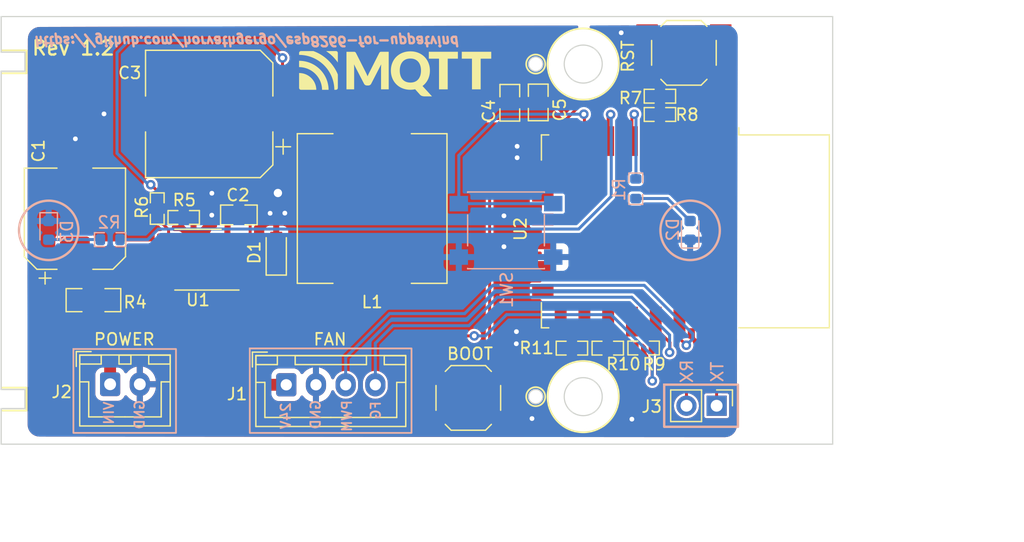
<source format=kicad_pcb>
(kicad_pcb (version 20211014) (generator pcbnew)
  (title_block (title "Smart Air Purifier (Project Uppatvind)") (date "2023-03-14") (rev "1.2") (company "Designed by Gergo Horvath") (comment 1 "Open Source Hardware") (comment 2 "Smart controller for IKEA Uppatvind Air Purifiers"))
  (layers (0 "F.Cu" signal) (31 "B.Cu" signal) (34 "B.Paste" user) (35 "F.Paste" user) (36 "B.SilkS" user "B.Silkscreen") (37 "F.SilkS" user "F.Silkscreen") (38 "B.Mask" user) (39 "F.Mask" user) (44 "Edge.Cuts" user))
  (net 0 "")
  (net 1 "/vin")
  (net 2 "+3V3")
  (net 3 "GND")
  (net 4 "/fg")
  (net 5 "/clk")
  (net 6 "/tx")
  (net 7 "/rx")
  (net 8 "/sw")
  (net 17 "/timing cap")
  (net 18 "/rst")
  (net 19 "/en")
  (net 20 "/dc")
  (net 21 "/io0")
  (net 22 "/io2")
  (net 23 "/io15")
  (net 24 "/fb")
  (net 25 "/swe")
  (net 26 "Net-(D2-Pad2)")
  (net 27 "Net-(D3-Pad2)")
  (net 28 "/filter")
  (net 29 "/blue")
  (footprint "SKQGABE010:SW_SPST_SKQG_WithStem" (layer "F.Cu") (at 157.41 73.01 180)
    (fp_text reference "RST1")
    (fp_text value "SW_Push")
  )
  (footprint "Connector_JST:JST_XH_B4B-XH-A_1x04_P2.50mm_Vertical" (layer "F.Cu") (at 123.933708 100.955131)
    (fp_text reference "J1")
    (fp_text value "Fan")
  )
  (footprint "Resistor_SMD_HG:R_0603_1608Metric_HG" (layer "F.Cu") (at 155.39 76.66)
    (fp_text reference "R7")
    (fp_text value "10K")
  )
  (footprint "Connector_PinHeader_2.54mm:PinHeader_1x02_P2.54mm_Vertical" (layer "F.Cu") (at 160.165 102.72 -90)
    (fp_text reference "J3")
    (fp_text value "UART")
  )
  (footprint "PSPHAQ127-221M:L_12x12mm_H8mm" (layer "F.Cu") (at 131.163708 86.115131 90)
    (fp_text reference "L1")
    (fp_text value "220uH")
  )
  (footprint "Capacitor_SMD_HG:C_0805_2012Metric_HG" (layer "F.Cu") (at 145.145708 77.183931 90)
    (fp_text reference "C5")
    (fp_text value "100nF")
  )
  (footprint "Resistor_SMD_HG:R_0603_1608Metric_HG" (layer "F.Cu") (at 113.07 86.12 90)
    (fp_text reference "R6")
    (fp_text value "3K3")
  )
  (footprint "Capacitor_SMD_HG:C_0805_2012Metric_HG" (layer "F.Cu") (at 119.943708 86.655131 180)
    (fp_text reference "C2")
    (fp_text value "470pF")
  )
  (footprint "Resistor_SMD_HG:R_1206_3216Metric_Pad_HandSolder_HG" (layer "F.Cu") (at 107.7 93.83)
    (fp_text reference "R4")
    (fp_text value "0.15")
  )
  (footprint "MC34063:MC34063" (layer "F.Cu") (at 116.502908 90.419931 180)
    (fp_text reference "U1")
    (fp_text value "MC34063AD")
  )
  (footprint "Diode_SMD:D_SOD-323_HandSoldering" (layer "F.Cu") (at 123.09 89.82 90)
    (fp_text reference "D1")
    (fp_text value "D_Schottky")
  )
  (footprint "RF_Module:ESP-12E" (layer "F.Cu") (at 157.533708 88.039931 -90)
    (fp_text reference "U2")
    (fp_text value "ESP-12F")
  )
  (footprint "Resistor_SMD_HG:R_0603_1608Metric_HG" (layer "F.Cu") (at 151 97.87 180)
    (fp_text reference "R10")
    (fp_text value "10K")
  )
  (footprint "Capacitor_SMD:CP_Elec_8x10" (layer "F.Cu") (at 106.139708 86.975431 90)
    (fp_text reference "C1")
    (fp_text value "100uF")
  )
  (footprint "Resistor_SMD_HG:R_0603_1608Metric_HG" (layer "F.Cu") (at 154.02 97.86 180)
    (fp_text reference "R9")
    (fp_text value "10K")
  )
  (footprint "Capacitor_SMD_HG:C_0805_2012Metric_HG" (layer "F.Cu") (at 142.753708 77.215131 90)
    (fp_text reference "C4")
    (fp_text value "10uF")
  )
  (footprint "Connector_JST:JST_XH_B2B-XH-A_1x02_P2.50mm_Vertical" (layer "F.Cu") (at 109.103708 100.910131)
    (fp_text reference "J2")
    (fp_text value "Power")
  )
  (footprint "Resistor_SMD_HG:R_0603_1608Metric_HG" (layer "F.Cu") (at 155.39 78.2)
    (fp_text reference "R8")
    (fp_text value "10K")
  )
  (footprint "Capacitor_SMD:CP_Elec_10x10.5" (layer "F.Cu") (at 117.446208 78.155131 180)
    (fp_text reference "C3")
    (fp_text value "470uF")
  )
  (footprint "Resistor_SMD_HG:R_0603_1608Metric_HG" (layer "F.Cu") (at 115.3 86.87 180)
    (fp_text reference "R5")
    (fp_text value "2K")
  )
  (footprint "Resistor_SMD_HG:R_0603_1608Metric_HG" (layer "F.Cu") (at 147.98 97.87 180)
    (fp_text reference "R11")
    (fp_text value "10K")
  )
  (footprint "SKQGABE010:SW_SPST_SKQG_WithStem" (layer "F.Cu") (at 139.26 102.06 180)
    (fp_text reference "FLASH1")
    (fp_text value "SW_Push")
  )
  (footprint "Resistor_SMD_HG:R_0603_1608Metric_HG" (layer "B.Cu") (at 109.11 88.73 180)
    (fp_text reference "R2")
    (fp_text value "270")
  )
  (footprint "Tactile-Switch-6-6:SW_Push_1P1T_NO_6x6mm_H5mm" (layer "B.Cu") (at 142.433708 87.955131)
    (fp_text reference "SW1")
    (fp_text value "SW_Push")
  )
  (footprint "LED_SMD:LED_0603_1608Metric" (layer "B.Cu") (at 157.933708 87.955131 90)
    (fp_text reference "D2")
    (fp_text value "LED")
  )
  (footprint "Resistor_SMD_HG:R_0603_1608Metric_HG" (layer "B.Cu") (at 153.36 84.45 -90)
    (fp_text reference "R1")
    (fp_text value "120")
  )
  (footprint "LED_SMD:LED_0603_1608Metric" (layer "B.Cu") (at 103.933708 87.955131 -90)
    (fp_text reference "D3")
    (fp_text value "LED")
  )
  (gr_rect (start 161.96 100.945) (end 155.75 104.495) (layer "B.SilkS") (width 0.2) (fill none))
  (gr_circle (center 103.933708 87.955131) (end 106.433708 87.955131) (layer "B.SilkS") (width 0.2) (fill none))
  (gr_rect (start 114.649708 97.945131) (end 106.013708 105.006331) (layer "B.SilkS") (width 0.15) (fill none))
  (gr_circle (center 157.933708 87.955131) (end 160.433708 87.955131) (layer "B.SilkS") (width 0.2) (fill none))
  (gr_rect (start 120.863308 97.895131) (end 134.477708 105.007131) (layer "B.SilkS") (width 0.15) (fill none))
  (gr_line (start 102.067308 103.127531) (end 100.035308 103.127531) (layer "F.SilkS") (width 0.15))
  (gr_poly (pts (xy 134.430935 72.884956) (xy 134.476286 72.886426) (xy 134.521115 72.888877) (xy 134.565422 72.892307) (xy 134.609212 72.896717) (xy 134.652485 72.902108) (xy 134.695245 72.908479) (xy 134.737494 72.91583) (xy 134.779233 72.92416) (xy 134.820467 72.933471) (xy 134.861196 72.943763) (xy 134.901423 72.955034) (xy 134.94115 72.967285) (xy 134.980381 72.980517) (xy 135.019117 72.994728) (xy 135.05736 73.00992) (xy 135.095 73.02596) (xy 135.131927 73.042716) (xy 135.168141 73.060188) (xy 135.203647 73.078377) (xy 135.238446 73.097281) (xy 135.27254 73.116902) (xy 135.305933 73.137239) (xy 135.338625 73.158293) (xy 135.37062 73.180062) (xy 135.401921 73.202548) (xy 135.432528 73.22575) (xy 135.462445 73.249669) (xy 135.491675 73.274303) (xy 135.520218 73.299654) (xy 135.548079 73.325721) (xy 135.575259 73.352505) (xy 135.601722 73.379948) (xy 135.627431 73.407997) (xy 135.652386 73.436654) (xy 135.676587 73.465921) (xy 135.700034 73.4958) (xy 135.722727 73.526295) (xy 135.744666 73.557406) (xy 135.765852 73.589138) (xy 135.786283 73.621491) (xy 135.805961 73.654469) (xy 135.824884 73.688073) (xy 135.843054 73.722307) (xy 135.86047 73.757171) (xy 135.877132 73.79267) (xy 135.89304 73.828805) (xy 135.908194 73.865578) (xy 135.922518 73.90254) (xy 135.935934 73.939846) (xy 135.948442 73.977501) (xy 135.960038 74.015509) (xy 135.970719 74.053875) (xy 135.980484 74.092604) (xy 135.989331 74.131701) (xy 135.997256 74.17117) (xy 136.004258 74.211016) (xy 136.010334 74.251243) (xy 136.015481 74.291857) (xy 136.019698 74.332862) (xy 136.022982 74.374263) (xy 136.025331 74.416065) (xy 136.026742 74.458271) (xy 136.027212 74.500888) (xy 136.026537 74.551857) (xy 136.024523 74.602241) (xy 136.02119 74.65206) (xy 136.016556 74.701333) (xy 136.01064 74.750077) (xy 136.003462 74.798313) (xy 135.99504 74.846058) (xy 135.985392 74.893332) (xy 135.974005 74.940001) (xy 135.961543 74.985915) (xy 135.947988 75.031075) (xy 135.933321 75.075482) (xy 135.917524 75.119134) (xy 135.900576 75.162033) (xy 135.88246 75.204177) (xy 135.863158 75.245568) (xy 135.842719 75.286274) (xy 135.821188 75.326339) (xy 135.798526 75.365725) (xy 135.774696 75.404395) (xy 135.749659 75.442311) (xy 135.723378 75.479436) (xy 135.695815 75.515731) (xy 135.666933 75.55116) (xy 135.652326 75.568803) (xy 135.637458 75.586148) (xy 135.622331 75.603202) (xy 135.606946 75.619968) (xy 135.591308 75.636452) (xy 135.575417 75.652657) (xy 135.559276 75.66859) (xy 135.542888 75.684253) (xy 135.526256 75.699653) (xy 135.50938 75.714794) (xy 135.47491 75.744317) (xy 135.439498 75.772859) (xy 135.403162 75.80046) (xy 136.204134 76.675418) (xy 135.600992 76.675418) (xy 135.5688 76.674893) (xy 135.53736 76.673332) (xy 135.506675 76.670753) (xy 135.476744 76.667175) (xy 135.447567 76.662617) (xy 135.419143 76.657097) (xy 135.391473 76.650636) (xy 135.364558 76.64325) (xy 135.351382 76.639084) (xy 135.338396 76.634426) (xy 135.325598 76.629273) (xy 135.312988 76.623623) (xy 135.300567 76.617473) (xy 135.288335 76.610822) (xy 135.276291 76.603666) (xy 135.264436 76.596004) (xy 135.252769 76.587833) (xy 135.24129 76.57915) (xy 135.23 76.569955) (xy 135.218899 76.560243) (xy 135.207986 76.550013) (xy 135.197262 76.539262) (xy 135.186726 76.527988) (xy 135.176379 76.516189) (xy 134.782328 76.0771) (xy 134.758198 76.081777) (xy 134.734049 76.086172) (xy 134.685622 76.094189) (xy 134.636893 76.101301) (xy 134.587714 76.107659) (xy 134.537954 76.112133) (xy 134.512848 76.114049) (xy 134.487592 76.115701) (xy 134.462184 76.117052) (xy 134.436626 76.118064) (xy 134.410917 76.118698) (xy 134.385058 76.118918) (xy 134.339181 76.118429) (xy 134.293829 76.116961) (xy 134.249 76.114518) (xy 134.204692 76.111103) (xy 134.160903 76.106716) (xy 134.117629 76.101361) (xy 134.074869 76.09504) (xy 134.03262 76.087756) (xy 133.99088 76.07951) (xy 133.949647 76.070305) (xy 133.908918 76.060144) (xy 133.868691 76.049029) (xy 133.828964 76.036961) (xy 133.789734 76.023945) (xy 133.750998 76.009981) (xy 133.712755 75.995072) (xy 133.675097 75.979315) (xy 133.63812 75.962804) (xy 133.601826 75.945539) (xy 133.566217 75.92752) (xy 133.531296 75.908748) (xy 133.497066 75.889221) (xy 133.463528 75.86894) (xy 133.430685 75.847906) (xy 133.39854 75.826117) (xy 133.367094 75.803575) (xy 133.336351 75.780278) (xy 133.306312 75.756228) (xy 133.27698 75.731424) (xy 133.248356 75.705866) (xy 133.220445 75.679554) (xy 133.193247 75.652488) (xy 133.166501 75.625027) (xy 133.140545 75.596929) (xy 133.115375 75.568201) (xy 133.09099 75.538846) (xy 133.067387 75.508868) (xy 133.044564 75.478274) (xy 133.022518 75.447067) (xy 133.001247 75.415252) (xy 132.980749 75.382834) (xy 132.961022 75.349817) (xy 132.942063 75.316207) (xy 132.923869 75.282008) (xy 132.906439 75.247224) (xy 132.88977 75.211861) (xy 132.87386 75.175923) (xy 132.858706 75.139415) (xy 132.844381 75.102417) (xy 132.830964 75.065008) (xy 132.818456 75.027195) (xy 132.80686 74.988981) (xy 132.796178 74.950371) (xy 132.786412 74.91137) (xy 132.777566 74.871983) (xy 132.76964 74.832214) (xy 132.762638 74.792068) (xy 132.756562 74.75155) (xy 132.751415 74.710664) (xy 132.747198 74.669416) (xy 132.743914 74.627809) (xy 132.741565 74.585849) (xy 132.740154 74.543541) (xy 132.739683 74.500888) (xy 133.489188 74.500888) (xy 133.490164 74.559242) (xy 133.493083 74.616088) (xy 133.497924 74.671427) (xy 133.504668 74.725257) (xy 133.513297 74.77758) (xy 133.523793 74.828394) (xy 133.536136 74.877701) (xy 133.550307 74.9255) (xy 133.558053 74.948796) (xy 133.566217 74.97164) (xy 133.5748 74.994032) (xy 133.583805 75.015972) (xy 133.593234 75.037459) (xy 133.60309 75.058493) (xy 133.613374 75.079075) (xy 133.62409 75.099205) (xy 133.635239 75.118883) (xy 133.646824 75.138108) (xy 133.658847 75.156881) (xy 133.671311 75.175201) (xy 133.684217 75.193069) (xy 133.697569 75.210485) (xy 133.711369 75.227448) (xy 133.725619 75.243959) (xy 133.74 75.26) (xy 133.754796 75.275552) (xy 133.770007 75.290619) (xy 133.785632 75.305203) (xy 133.801672 75.319307) (xy 133.818127 75.332932) (xy 133.834996 75.346082) (xy 133.852279 75.358758) (xy 133.869978 75.370962) (xy 133.888091 75.382698) (xy 133.906618 75.393967) (xy 133.925561 75.404772) (xy 133.944918 75.415116) (xy 133.964689 75.425) (xy 133.984875 75.434426) (xy 134.005476 75.443398) (xy 134.026456 75.451597) (xy 134.047779 75.4593) (xy 134.06945 75.466504) (xy 134.091475 75.473204) (xy 134.113858 75.479395) (xy 134.136604 75.485072) (xy 134.159718 75.490231) (xy 134.183203 75.494867) (xy 134.207065 75.498975) (xy 134.23131 75.50255) (xy 134.25594 75.505589) (xy 134.280962 75.508086) (xy 134.306379 75.510036) (xy 134.332197 75.511434) (xy 134.358421 75.512277) (xy 134.385054 75.512559) (xy 134.411121 75.512295) (xy 134.436849 75.5115) (xy 134.462238 75.510174) (xy 134.487288 75.508312) (xy 134.511998 75.505913) (xy 134.536369 75.502975) (xy 134.5604 75.499495) (xy 134.584092 75.49547) (xy 134.607445 75.490899) (xy 134.630459 75.485779) (xy 134.653133 75.480108) (xy 134.675468 75.473883) (xy 134.697464 75.467102) (xy 134.719121 75.459762) (xy 134.740438 75.451862) (xy 134.761416 75.443398) (xy 134.781734 75.434691) (xy 134.801673 75.425461) (xy 134.82123 75.415713) (xy 134.840403 75.405451) (xy 134.859189 75.39468) (xy 134.877587 75.383405) (xy 134.895594 75.37163) (xy 134.913207 75.359361) (xy 134.930425 75.346601) (xy 134.947244 75.333356) (xy 134.963663 75.319631) (xy 134.979679 75.30543) (xy 134.99529 75.290757) (xy 135.010493 75.275618) (xy 135.025286 75.260017) (xy 135.039667 75.243959) (xy 135.053634 75.227448) (xy 135.067188 75.210485) (xy 135.080333 75.193069) (xy 135.093069 75.175201) (xy 135.105401 75.156881) (xy 135.11733 75.138108) (xy 135.128858 75.118883) (xy 135.139988 75.099205) (xy 135.150722 75.079075) (xy 135.161063 75.058493) (xy 135.171013 75.037459) (xy 135.180574 75.015972) (xy 135.189749 74.994032) (xy 135.19854 74.97164) (xy 135.206949 74.948796) (xy 135.214979 74.9255) (xy 135.222292 74.901789) (xy 135.229151 74.877701) (xy 135.235552 74.853236) (xy 135.241493 74.828394) (xy 135.251989 74.77758) (xy 135.260618 74.725257) (xy 135.267363 74.671427) (xy 135.272203 74.616088) (xy 135.275122 74.559242) (xy 135.276099 74.500888) (xy 135.275122 74.443065) (xy 135.272203 74.386618) (xy 135.267363 74.331565) (xy 135.260618 74.277926) (xy 135.251989 74.22572) (xy 135.241493 74.174965) (xy 135.229151 74.12568) (xy 135.214979 74.077884) (xy 135.207232 74.054587) (xy 135.199068 74.031744) (xy 135.190485 74.009352) (xy 135.18148 73.987413) (xy 135.17205 73.965926) (xy 135.162195 73.944891) (xy 135.151911 73.924309) (xy 135.141195 73.904179) (xy 135.130046 73.884502) (xy 135.118461 73.865276) (xy 135.106438 73.846504) (xy 135.093975 73.828183) (xy 135.081068 73.810315) (xy 135.067716 73.792899) (xy 135.053917 73.775936) (xy 135.039667 73.759425) (xy 135.025286 73.743385) (xy 135.010493 73.727832) (xy 134.99529 73.712765) (xy 134.979679 73.698181) (xy 134.963663 73.684077) (xy 134.947244 73.670452) (xy 134.930425 73.657302) (xy 134.913207 73.644627) (xy 134.895594 73.632422) (xy 134.877587 73.620686) (xy 134.859189 73.609417) (xy 134.840403 73.598612) (xy 134.82123 73.588269) (xy 134.801673 73.578385) (xy 134.781734 73.568958) (xy 134.761416 73.559986) (xy 134.740721 73.551523) (xy 134.719649 73.543623) (xy 134.6982 73.536283) (xy 134.676374 73.529502) (xy 134.654171 73.523277) (xy 134.631591 73.517606) (xy 134.608634 73.512486) (xy 134.5853 73.507915) (xy 134.561589 73.50389) (xy 134.5375 73.50041) (xy 134.513035 73.497472) (xy 134.488193 73.495073) (xy 134.462974 73.493211) (xy 134.437378 73.491884) (xy 134.411404 73.49109) (xy 134.385054 73.490826) (xy 134.332659 73.491884) (xy 134.306977 73.493211) (xy 134.281641 73.495073) (xy 134.256653 73.497472) (xy 134.232017 73.50041) (xy 134.207734 73.50389) (xy 134.183807 73.507915) (xy 134.160237 73.512486) (xy 134.137029 73.517606) (xy 134.114183 73.523277) (xy 134.091702 73.529502) (xy 134.069588 73.536283) (xy 134.047845 73.543623) (xy 134.026473 73.551523) (xy 134.005476 73.559986) (xy 133.984875 73.568958) (xy 133.964689 73.578385) (xy 133.944918 73.588269) (xy 133.925561 73.598612) (xy 133.906618 73.609417) (xy 133.888091 73.620686) (xy 133.869978 73.632422) (xy 133.852279 73.644627) (xy 133.834996 73.657302) (xy 133.818127 73.670452) (xy 133.801672 73.684077) (xy 133.785632 73.698181) (xy 133.770007 73.712765) (xy 133.754796 73.727832) (xy 133.74 73.743385) (xy 133.725619 73.759425) (xy 133.711652 73.775936) (xy 133.698098 73.792899) (xy 133.684953 73.810315) (xy 133.672216 73.828183) (xy 133.659884 73.846504) (xy 133.647956 73.865276) (xy 133.636427 73.884502) (xy 133.625297 73.904179) (xy 133.614562 73.924309) (xy 133.604221 73.944891) (xy 133.594272 73.965926) (xy 133.58471 73.987413) (xy 133.575536 74.009352) (xy 133.566745 74.031744) (xy 133.558336 74.054587) (xy 133.550307 74.077884) (xy 133.542994 74.101577) (xy 133.536136 74.125614) (xy 133.529734 74.149999) (xy 133.523793 74.174738) (xy 133.513297 74.225296) (xy 133.504668 74.277323) (xy 133.497924 74.330858) (xy 133.493083 74.385939) (xy 133.490164 74.442603) (xy 133.489188 74.500888) (xy 132.739683 74.500888) (xy 132.740154 74.458253) (xy 132.741565 74.415992) (xy 132.743914 74.374104) (xy 132.747198 74.332586) (xy 132.751415 74.291435) (xy 132.756562 74.25065) (xy 132.762638 74.210227) (xy 132.76964 74.170165) (xy 132.777566 74.130461) (xy 132.786412 74.091112) (xy 132.796178 74.052117) (xy 132.80686 74.013473) (xy 132.818456 73.975178) (xy 132.830964 73.937229) (xy 132.844381 73.899624) (xy 132.858706 73.862361) (xy 132.87386 73.825853) (xy 132.889771 73.789915) (xy 132.90644 73.754552) (xy 132.923871 73.719768) (xy 132.942064 73.685569) (xy 132.961024 73.651959) (xy 132.980751 73.618942) (xy 133.001249 73.586524) (xy 133.022519 73.554709) (xy 133.044565 73.523502) (xy 133.067388 73.492907) (xy 133.09099 73.46293) (xy 133.115375 73.433575) (xy 133.140545 73.404846) (xy 133.166501 73.376749) (xy 133.193247 73.349288) (xy 133.220709 73.322505) (xy 133.248818 73.296441) (xy 133.277576 73.271097) (xy 133.306989 73.246477) (xy 133.337062 73.222583) (xy 133.3678 73.199416) (xy 133.399207 73.17698) (xy 133.431288 73.155277) (xy 133.464047 73.134309) (xy 133.497489 73.114078) (xy 133.53162 73.094587) (xy 133.566443 73.075838) (xy 133.601963 73.057834) (xy 133.638186 73.040576) (xy 133.675115 73.024068) (xy 133.712755 73.008311) (xy 133.750998 72.993403) (xy 133.789734 72.979439) (xy 133.828964 72.966422) (xy 133.868691 72.954355) (xy 133.908918 72.94324) (xy 133.949647 72.933079) (xy 133.99088 72.923874) (xy 134.03262 72.915628) (xy 134.074869 72.908344) (xy 134.117629 72.902023) (xy 134.160903 72.896668) (xy 134.204692 72.892282) (xy 134.249 72.888866) (xy 134.293829 72.886423) (xy 134.339181 72.884956) (xy 134.385058 72.884466)) (layer "F.SilkS") (width 0) (fill solid))
  (gr_circle (center 144.933708 73.955131) (end 145.733708 73.955131) (layer "F.SilkS") (width 0.15) (fill none))
  (gr_line (start 100.035308 101.197131) (end 102.067308 101.197131) (layer "F.SilkS") (width 0.15))
  (gr_poly (pts (xy 125.149179 73.683793) (xy 125.274056 73.693226) (xy 125.397153 73.70876) (xy 125.518315 73.730242) (xy 125.637387 73.757517) (xy 125.754215 73.790431) (xy 125.868643 73.828832) (xy 125.980517 73.872565) (xy 126.089681 73.921476) (xy 126.195981 73.975412) (xy 126.299261 74.034219) (xy 126.399368 74.097744) (xy 126.496145 74.165832) (xy 126.589439 74.23833) (xy 126.679093 74.315085) (xy 126.764954 74.395941) (xy 126.846866 74.480747) (xy 126.924674 74.569347) (xy 126.998224 74.661589) (xy 127.067361 74.757318) (xy 127.131929 74.856381) (xy 127.191774 74.958624) (xy 127.24674 75.063893) (xy 127.296674 75.172035) (xy 127.34142 75.282895) (xy 127.380822 75.396321) (xy 127.414727 75.512158) (xy 127.442979 75.630253) (xy 127.465424 75.750452) (xy 127.481906 75.872601) (xy 127.492271 75.996546) (xy 127.496363 76.122134) (xy 126.946299 76.122134) (xy 126.942771 76.023978) (xy 126.934377 75.927119) (xy 126.921237 75.831675) (xy 126.90347 75.737763) (xy 126.881196 75.645503) (xy 126.854534 75.555013) (xy 126.823605 75.466412) (xy 126.788527 75.379817) (xy 126.749421 75.295348) (xy 126.706405 75.213121) (xy 126.659599 75.133257) (xy 126.609124 75.055873) (xy 126.555097 74.981088) (xy 126.49764 74.90902) (xy 126.436872 74.839787) (xy 126.372911 74.773508) (xy 126.305879 74.710302) (xy 126.235893 74.650286) (xy 126.163075 74.593579) (xy 126.087543 74.5403) (xy 126.009417 74.490566) (xy 125.928816 74.444497) (xy 125.845861 74.40221) (xy 125.760671 74.363824) (xy 125.673365 74.329458) (xy 125.584062 74.299229) (xy 125.492883 74.273256) (xy 125.399948 74.251658) (xy 125.305374 74.234553) (xy 125.209283 74.22206) (xy 125.111794 74.214296) (xy 125.013026 74.21138) (xy 125.013026 73.680614) (xy 125.022677 73.680614)) (layer "F.SilkS") (width 0) (fill solid))
  (gr_poly (pts (xy 141.190111 73.502084) (xy 140.300677 73.502084) (xy 140.300677 76.083533) (xy 139.567255 76.083533) (xy 139.567255 73.502084) (xy 138.70999 73.502084) (xy 138.70999 72.91985) (xy 141.190111 72.91985)) (layer "F.SilkS") (width 0) (fill solid))
  (gr_line (start 100.035308 72.799931) (end 102.067308 72.799931) (layer "F.SilkS") (width 0.15))
  (gr_poly (pts (xy 126.389393 72.92811) (xy 126.558075 73.004574) (xy 126.721857 73.089452) (xy 126.880455 73.182469) (xy 127.033587 73.283345) (xy 127.180971 73.391803) (xy 127.322323 73.507565) (xy 127.457361 73.630352) (xy 127.585802 73.759887) (xy 127.707364 73.895892) (xy 127.821763 74.038088) (xy 127.928718 74.186198) (xy 128.027944 74.339944) (xy 128.11916 74.499047) (xy 128.202083 74.66323) (xy 128.27643 74.832214) (xy 128.27643 75.959689) (xy 128.276215 75.96808) (xy 128.275578 75.976356) (xy 128.274527 75.984509) (xy 128.273075 75.992529) (xy 128.271232 76.000404) (xy 128.269009 76.008126) (xy 128.266415 76.015685) (xy 128.263463 76.023069) (xy 128.260161 76.03027) (xy 128.256522 76.037276) (xy 128.252555 76.04408) (xy 128.248271 76.050669) (xy 128.243681 76.057034) (xy 128.238795 76.063166) (xy 128.233624 76.069054) (xy 128.228179 76.074687) (xy 128.22247 76.080057) (xy 128.216507 76.085154) (xy 128.210302 76.089966) (xy 128.203865 76.094484) (xy 128.197206 76.098699) (xy 128.190336 76.102599) (xy 128.183266 76.106176) (xy 128.176007 76.109418) (xy 128.168568 76.112317) (xy 128.160961 76.114861) (xy 128.153196 76.117042) (xy 128.145284 76.118848) (xy 128.137236 76.120271) (xy 128.129061 76.121299) (xy 128.120771 76.121924) (xy 128.112376 76.122134) (xy 127.980486 76.122134) (xy 127.975753 75.971073) (xy 127.963487 75.821995) (xy 127.943874 75.675084) (xy 127.917099 75.530524) (xy 127.883348 75.388497) (xy 127.842807 75.249188) (xy 127.79566 75.11278) (xy 127.742094 74.979456) (xy 127.682294 74.8494) (xy 127.616445 74.722795) (xy 127.544733 74.599825) (xy 127.467344 74.480673) (xy 127.384463 74.365523) (xy 127.296275 74.254558) (xy 127.202967 74.147962) (xy 127.104723 74.045917) (xy 127.00173 73.948609) (xy 126.894172 73.856219) (xy 126.782236 73.768932) (xy 126.666107 73.686932) (xy 126.54597 73.6104) (xy 126.422011 73.539522) (xy 126.294416 73.47448) (xy 126.163369 73.415458) (xy 126.029057 73.362639) (xy 125.891665 73.316207) (xy 125.751379 73.276346) (xy 125.608384 73.243239) (xy 125.462865 73.217068) (xy 125.315009 73.198019) (xy 125.165001 73.186274) (xy 125.013026 73.182016) (xy 125.013026 73.024395) (xy 125.013241 73.016) (xy 125.013878 73.00771) (xy 125.014929 72.999535) (xy 125.016381 72.991486) (xy 125.018224 72.983574) (xy 125.020447 72.975809) (xy 125.023041 72.968202) (xy 125.025993 72.960764) (xy 125.029295 72.953504) (xy 125.032934 72.946434) (xy 125.036901 72.939565) (xy 125.041185 72.932906) (xy 125.045775 72.926469) (xy 125.050661 72.920264) (xy 125.055832 72.914301) (xy 125.061277 72.908592) (xy 125.066986 72.903147) (xy 125.072949 72.897976) (xy 125.079154 72.89309) (xy 125.085591 72.8885) (xy 125.09225 72.884216) (xy 125.09912 72.880249) (xy 125.10619 72.87661) (xy 125.113449 72.873309) (xy 125.120888 72.870356) (xy 125.128495 72.867763) (xy 125.13626 72.865539) (xy 125.144172 72.863696) (xy 125.15222 72.862244) (xy 125.160395 72.861194) (xy 125.168685 72.860556) (xy 125.17708 72.860341) (xy 126.216093 72.860341)) (layer "F.SilkS") (width 0) (fill solid))
  (gr_poly (pts (xy 132.559542 76.081925) (xy 131.912974 76.081925) (xy 131.912974 74.264457) (xy 131.913197 74.230979) (xy 131.913853 74.19688) (xy 131.914925 74.162139) (xy 131.916392 74.126739) (xy 131.920438 74.053884) (xy 131.925841 73.978165) (xy 131.087878 75.604238) (xy 131.08294 75.613719) (xy 131.077778 75.622869) (xy 131.072395 75.631693) (xy 131.066793 75.6402) (xy 131.060974 75.648395) (xy 131.05494 75.656287) (xy 131.048695 75.663881) (xy 131.042239 75.671186) (xy 131.035577 75.678208) (xy 131.028709 75.684955) (xy 131.021639 75.691433) (xy 131.014369 75.697649) (xy 131.006901 75.703611) (xy 130.999237 75.709325) (xy 130.99138 75.714799) (xy 130.983332 75.72004) (xy 130.975096 75.724715) (xy 130.966676 75.729087) (xy 130.958078 75.733159) (xy 130.949305 75.736928) (xy 130.940362 75.740396) (xy 130.931254 75.743563) (xy 130.921986 75.746428) (xy 130.912563 75.748991) (xy 130.902989 75.751253) (xy 130.893269 75.753213) (xy 130.883407 75.754872) (xy 130.873409 75.756229) (xy 130.863279 75.757284) (xy 130.853022 75.758038) (xy 130.842642 75.75849) (xy 130.832144 75.758641) (xy 130.732424 75.758641) (xy 130.721944 75.75849) (xy 130.711613 75.758038) (xy 130.701427 75.757284) (xy 130.691385 75.756229) (xy 130.681485 75.754872) (xy 130.671724 75.753213) (xy 130.662099 75.751253) (xy 130.652609 75.748991) (xy 130.64325 75.746428) (xy 130.634021 75.743563) (xy 130.62492 75.740396) (xy 130.615943 75.736928) (xy 130.607088 75.733159) (xy 130.598354 75.729087) (xy 130.589737 75.724715) (xy 130.581236 75.72004) (xy 130.573188 75.715064) (xy 130.565331 75.709787) (xy 130.557668 75.704208) (xy 130.5502 75.698327) (xy 130.54293 75.692145) (xy 130.53586 75.685661) (xy 130.528993 75.678876) (xy 130.522331 75.671789) (xy 130.515876 75.664401) (xy 130.509631 75.656711) (xy 130.503597 75.648719) (xy 130.497779 75.640426) (xy 130.492177 75.631831) (xy 130.486794 75.622935) (xy 130.481632 75.613737) (xy 130.476694 75.604238) (xy 129.630686 73.974948) (xy 129.632953 73.994176) (xy 129.634957 74.013272) (xy 129.638324 74.051145) (xy 129.641089 74.088716) (xy 129.643553 74.126136) (xy 129.645663 74.162902) (xy 129.64717 74.198312) (xy 129.648074 74.232213) (xy 129.648375 74.264457) (xy 129.648375 76.083533) (xy 129.001807 76.083533) (xy 129.001807 72.921459) (xy 129.645159 72.921459) (xy 129.654059 72.921613) (xy 129.662676 72.922087) (xy 129.666885 72.922451) (xy 129.67103 72.922901) (xy 129.675113 72.923441) (xy 129.679138 72.924073) (xy 129.683105 72.924799) (xy 129.687019 72.925621) (xy 129.690881 72.926543) (xy 129.694693 72.927566) (xy 129.698458 72.928692) (xy 129.702178 72.929925) (xy 129.705856 72.931266) (xy 129.709494 72.932717) (xy 129.716588 72.935818) (xy 129.720033 72.937443) (xy 129.723417 72.939126) (xy 129.726745 72.940875) (xy 129.730021 72.942698) (xy 129.733249 72.9446) (xy 129.736436 72.94659) (xy 129.739584 72.948674) (xy 129.7427 72.950859) (xy 129.745787 72.953153) (xy 129.748851 72.955562) (xy 129.751896 72.958093) (xy 129.754927 72.960754) (xy 129.757949 72.963552) (xy 129.760966 72.966494) (xy 129.763697 72.969301) (xy 129.766462 72.972293) (xy 129.769255 72.975463) (xy 129.772072 72.978808) (xy 129.774908 72.982322) (xy 129.777757 72.986002) (xy 129.780616 72.989841) (xy 129.78348 72.993836) (xy 129.786344 72.997982) (xy 129.789204 73.002274) (xy 129.792054 73.006707) (xy 129.79489 73.011277) (xy 129.797707 73.015979) (xy 129.8005 73.020808) (xy 129.803266 73.025759) (xy 129.805998 73.030828) (xy 130.619837 74.637601) (xy 130.640345 74.678941) (xy 130.660852 74.721035) (xy 130.681359 74.764034) (xy 130.701865 74.808089) (xy 130.72207 74.853023) (xy 130.741673 74.89856) (xy 130.760671 74.944701) (xy 130.779066 74.991445) (xy 130.788193 74.967463) (xy 130.797489 74.943746) (xy 130.806973 74.920255) (xy 130.816664 74.896952) (xy 130.826581 74.8738) (xy 130.836744 74.850761) (xy 130.847169 74.827797) (xy 130.857878 74.804872) (xy 130.878662 74.76029) (xy 130.899897 74.716009) (xy 130.921434 74.672332) (xy 130.943121 74.629559) (xy 131.755354 73.029221) (xy 131.760786 73.019265) (xy 131.766236 73.009895) (xy 131.771724 73.00109) (xy 131.777268 72.992831) (xy 131.782888 72.9851) (xy 131.785732 72.981427) (xy 131.788601 72.977878) (xy 131.791499 72.974452) (xy 131.794428 72.971146) (xy 131.79739 72.967958) (xy 131.800387 72.964886) (xy 131.803138 72.962209) (xy 131.805963 72.959608) (xy 131.808858 72.957082) (xy 131.811822 72.954632) (xy 131.814852 72.952257) (xy 131.817945 72.949958) (xy 131.8211 72.947733) (xy 131.824313 72.945585) (xy 131.827583 72.943511) (xy 131.830907 72.941513) (xy 131.834283 72.939591) (xy 131.837709 72.937744) (xy 131.841181 72.935972) (xy 131.844699 72.934276) (xy 131.848258 72.932655) (xy 131.851858 72.931109) (xy 131.855496 72.929658) (xy 131.859174 72.928317) (xy 131.862894 72.927084) (xy 131.866659 72.925957) (xy 131.870472 72.924934) (xy 131.874333 72.924013) (xy 131.878247 72.92319) (xy 131.882215 72.922464) (xy 131.886239 72.921832) (xy 131.890323 72.921292) (xy 131.894467 72.920842) (xy 131.898676 72.920479) (xy 131.90295 72.9202) (xy 131.907293 72.920004) (xy 131.916193 72.91985) (xy 132.559542 72.91985)) (layer "F.SilkS") (width 0) (fill solid))
  (gr_circle (center 148.933708 101.955131) (end 151.933708 101.955131) (layer "F.SilkS") (width 0.15) (fill none))
  (gr_poly (pts (xy 125.095972 74.711814) (xy 125.16833 74.717266) (xy 125.239663 74.726245) (xy 125.30988 74.738661) (xy 125.378893 74.754426) (xy 125.446613 74.773452) (xy 125.512952 74.79565) (xy 125.57782 74.82093) (xy 125.641128 74.849205) (xy 125.702787 74.880386) (xy 125.762709 74.914385) (xy 125.820804 74.951112) (xy 125.876984 74.990478) (xy 125.93116 75.032396) (xy 125.983242 75.076777) (xy 126.033142 75.123532) (xy 126.080771 75.172572) (xy 126.126039 75.223809) (xy 126.168858 75.277153) (xy 126.20914 75.332517) (xy 126.246794 75.389812) (xy 126.281733 75.448949) (xy 126.313866 75.50984) (xy 126.343106 75.572395) (xy 126.369363 75.636527) (xy 126.392549 75.702146) (xy 126.412574 75.769164) (xy 126.429349 75.837492) (xy 126.442786 75.907042) (xy 126.452795 75.977724) (xy 126.459288 76.049452) (xy 126.462176 76.122134) (xy 125.17708 76.122134) (xy 125.168685 76.121919) (xy 125.160395 76.121281) (xy 125.15222 76.120231) (xy 125.144172 76.118779) (xy 125.13626 76.116936) (xy 125.128495 76.114713) (xy 125.120888 76.11212) (xy 125.113449 76.109167) (xy 125.10619 76.105866) (xy 125.09912 76.102226) (xy 125.09225 76.098259) (xy 125.085591 76.093975) (xy 125.079154 76.089385) (xy 125.072949 76.0845) (xy 125.066986 76.079329) (xy 125.061277 76.073884) (xy 125.055832 76.068174) (xy 125.050661 76.062212) (xy 125.045775 76.056007) (xy 125.041185 76.04957) (xy 125.036901 76.042911) (xy 125.032934 76.036041) (xy 125.029295 76.028972) (xy 125.025993 76.021712) (xy 125.023041 76.014274) (xy 125.020447 76.006667) (xy 125.018224 75.998902) (xy 125.016381 75.99099) (xy 125.014929 75.982941) (xy 125.013878 75.974767) (xy 125.013241 75.966476) (xy 125.013026 75.958081) (xy 125.013026 74.709977) (xy 125.022677 74.709977)) (layer "F.SilkS") (width 0) (fill solid))
  (gr_line (start 102.067308 72.799931) (end 102.067308 74.730331) (layer "F.SilkS") (width 0.15))
  (gr_line (start 102.067308 101.197131) (end 102.067308 103.127531) (layer "F.SilkS") (width 0.15))
  (gr_line (start 102.067308 74.730331) (end 100.035308 74.730331) (layer "F.SilkS") (width 0.15))
  (gr_poly (pts (xy 138.383486 73.502084) (xy 137.526221 73.502084) (xy 137.526221 76.083533) (xy 136.792803 76.083533) (xy 136.792803 73.502084) (xy 135.935534 73.502084) (xy 135.935534 72.91985) (xy 138.383486 72.91985)) (layer "F.SilkS") (width 0) (fill solid))
  (gr_circle (center 148.933708 73.955131) (end 151.933708 73.955131) (layer "F.SilkS") (width 0.15) (fill none))
  (gr_poly (pts (xy 128.122372 72.860551) (xy 128.130649 72.861176) (xy 128.138802 72.862204) (xy 128.146821 72.863627) (xy 128.154697 72.865433) (xy 128.162419 72.867614) (xy 128.169977 72.870159) (xy 128.177362 72.873057) (xy 128.184563 72.8763) (xy 128.19157 72.879876) (xy 128.198373 72.883777) (xy 128.204962 72.887991) (xy 128.211328 72.892509) (xy 128.21746 72.897322) (xy 128.223348 72.902418) (xy 128.228982 72.907788) (xy 128.234352 72.913422) (xy 128.239448 72.91931) (xy 128.244261 72.925441) (xy 128.248779 72.931807) (xy 128.252994 72.938396) (xy 128.256894 72.945199) (xy 128.260471 72.952206) (xy 128.263714 72.959407) (xy 128.266612 72.966791) (xy 128.269157 72.974349) (xy 128.271338 72.982071) (xy 128.273144 72.989947) (xy 128.274567 72.997967) (xy 128.275596 73.00612) (xy 128.27622 73.014397) (xy 128.27643 73.022787) (xy 128.27643 73.826977) (xy 128.228621 73.762714) (xy 128.178343 73.697075) (xy 128.125992 73.630795) (xy 128.071963 73.56461) (xy 128.016653 73.499254) (xy 127.960457 73.435462) (xy 127.903771 73.373969) (xy 127.846991 73.315512) (xy 127.781774 73.252942) (xy 127.714275 73.191918) (xy 127.64493 73.132477) (xy 127.57417 73.074657) (xy 127.502431 73.018496) (xy 127.430144 72.964031) (xy 127.357745 72.9113) (xy 127.285666 72.860341) (xy 128.113982 72.860341)) (layer "F.SilkS") (width 0) (fill solid))
  (gr_circle (center 144.933708 101.955131) (end 145.733708 101.955131) (layer "F.SilkS") (width 0.15) (fill none))
  (gr_circle (center 148.933708 73.955131) (end 150.533708 73.955131) (layer "Edge.Cuts") (width 0.1) (fill none))
  (gr_line (start 169.933708 105.955131) (end 169.933708 69.955131) (layer "Edge.Cuts") (width 0.1))
  (gr_line (start 99.933708 72.955131) (end 101.933708 72.955131) (layer "Edge.Cuts") (width 0.1))
  (gr_line (start 99.933708 74.555131) (end 99.933708 101.355131) (layer "Edge.Cuts") (width 0.1))
  (gr_line (start 99.933708 102.955131) (end 99.933708 105.955131) (layer "Edge.Cuts") (width 0.1))
  (gr_line (start 101.933708 72.955131) (end 101.933708 74.555131) (layer "Edge.Cuts") (width 0.1))
  (gr_circle (center 148.933708 101.955131) (end 150.533708 101.955131) (layer "Edge.Cuts") (width 0.1) (fill none))
  (gr_line (start 99.933708 101.355131) (end 101.933708 101.355131) (layer "Edge.Cuts") (width 0.1))
  (gr_line (start 101.933708 74.555131) (end 99.933708 74.555131) (layer "Edge.Cuts") (width 0.1))
  (gr_circle (center 144.933708 73.955131) (end 145.533708 73.955131) (layer "Edge.Cuts") (width 0.1) (fill none))
  (gr_circle (center 144.933708 101.955131) (end 145.533708 101.955131) (layer "Edge.Cuts") (width 0.1) (fill none))
  (gr_line (start 99.933708 72.955131) (end 99.933708 69.955131) (layer "Edge.Cuts") (width 0.1))
  (gr_line (start 101.933708 102.955131) (end 99.933708 102.955131) (layer "Edge.Cuts") (width 0.1))
  (gr_line (start 99.933708 105.955131) (end 169.933708 105.955131) (layer "Edge.Cuts") (width 0.1))
  (gr_line (start 101.933708 101.355131) (end 101.933708 102.955131) (layer "Edge.Cuts") (width 0.1))
  (gr_line (start 169.933708 69.955131) (end 99.933708 69.955131) (layer "Edge.Cuts") (width 0.1))
  (gr_text "GND" (at 111.58 103.47 90) (layer "B.SilkS") (effects (font (size 0.8 0.8)) (justify mirror)))
  (gr_text "24V" (at 123.89 103.57 -270) (layer "B.SilkS") (effects (font (size 0.8 0.8)) (justify mirror)))
  (gr_text "RX" (at 157.66 99.82 90) (layer "B.SilkS") (effects (font (size 1 1)) (justify mirror)))
  (gr_text "VIN" (at 109 103.34 -270) (layer "B.SilkS") (effects (font (size 0.8 0.8)) (justify mirror)))
  (gr_text "GND" (at 126.4 103.47 90) (layer "B.SilkS") (effects (font (size 0.8 0.8)) (justify mirror)))
  (gr_text "FG" (at 131.47 103.1 -270) (layer "B.SilkS") (effects (font (size 0.8 0.8)) (justify mirror)))
  (gr_text "TX" (at 160.22 99.87 90) (layer "B.SilkS") (effects (font (size 1 1)) (justify mirror)))
  (gr_text "PWM" (at 129.042108 103.584731 -270) (layer "B.SilkS") (effects (font (size 0.8 0.8)) (justify mirror)))
  (gr_text "https://github.com/horvathgergo/esp8266-for-uppatvind" (at 102.59 72.02 180) (layer "B.SilkS") (effects (font (size 0.8 0.8) (thickness 0.2) italic) (justify left mirror)))
  (gr_text "FAN" (at 127.619708 97.133131) (layer "F.SilkS") (effects (font (size 1 1))))
  (gr_text "RST" (at 152.69 73.31 -270) (layer "F.SilkS") (effects (font (size 1 1))))
  (gr_text "POWER" (at 110.296908 97.133131) (layer "F.SilkS") (effects (font (size 1 1))))
  (gr_text "Rev 1.2" (at 102.42 72.61) (layer "F.SilkS") (effects (font (size 1.2 1.2) (thickness 0.2)) (justify left)))
  (gr_text "BOOT" (at 139.4 98.35) (layer "F.SilkS") (effects (font (size 1 1))))
  (segment (start 106.139708 90.225431) (end 106.139708 93.819708) (width 1) (layer "F.Cu") (net 1))
  (segment (start 106.139708 93.819708) (end 106.15 93.83) (width 1) (layer "F.Cu") (net 1))
  (segment (start 106.580208 89.784931) (end 114.027908 89.784931) (width 1) (layer "F.Cu") (net 1))
  (segment (start 109.103708 96.795131) (end 114.475131 96.795131) (width 1) (layer "F.Cu") (net 1))
  (segment (start 118.635131 100.955131) (end 123.933708 100.955131) (width 1) (layer "F.Cu") (net 1))
  (segment (start 106.139708 90.225431) (end 106.580208 89.784931) (width 1) (layer "F.Cu") (net 1))
  (segment (start 107.335131 96.795131) (end 106.15 95.61) (width 1) (layer "F.Cu") (net 1))
  (segment (start 106.15 95.61) (end 106.15 93.83) (width 1) (layer "F.Cu") (net 1))
  (segment (start 109.103708 96.795131) (end 107.335131 96.795131) (width 1) (layer "F.Cu") (net 1))
  (segment (start 109.103708 100.910131) (end 109.103708 96.795131) (width 1) (layer "F.Cu") (net 1))
  (segment (start 114.475131 96.795131) (end 118.635131 100.955131) (width 1) (layer "F.Cu") (net 1))
  (segment (start 145.145708 78.133931) (end 146.102508 78.133931) (width 1) (layer "F.Cu") (net 2))
  (segment (start 142.753708 78.165131) (end 131.003708 78.165131) (width 1) (layer "F.Cu") (net 2))
  (segment (start 145.145708 78.133931) (end 145.146908 78.135131) (width 1) (layer "F.Cu") (net 2))
  (segment (start 150.175 98.745) (end 150.17 98.75) (width 0.25) (layer "F.Cu") (net 2))
  (segment (start 112.55 84.11) (end 113.07 84.63) (width 0.25) (layer "F.Cu") (net 2))
  (segment (start 154.565 76.77) (end 154.565 78.17) (width 0.25) (layer "F.Cu") (net 2))
  (segment (start 150.175 97.86) (end 150.175 98.745) (width 0.25) (layer "F.Cu") (net 2))
  (segment (start 141.053708 81.445131) (end 144.333708 78.165131) (width 0.25) (layer "F.Cu") (net 2))
  (segment (start 142.753708 78.165131) (end 145.114508 78.165131) (width 1) (layer "F.Cu") (net 2))
  (segment (start 131.163708 81.165131) (end 131.163708 78.325131) (width 1) (layer "F.Cu") (net 2))
  (segment (start 146.102508 78.133931) (end 147.033708 79.065131) (width 1) (layer "F.Cu") (net 2))
  (segment (start 147.033708 79.065131) (end 148.723708 77.375131) (width 0.25) (layer "F.Cu") (net 2))
  (segment (start 152.67 76.77) (end 154.565 76.77) (width 0.25) (layer "F.Cu") (net 2))
  (segment (start 145.114508 78.165131) (end 145.145708 78.133931) (width 1) (layer "F.Cu") (net 2))
  (segment (start 152.064869 77.375131) (end 152.67 76.77) (width 0.25) (layer "F.Cu") (net 2))
  (segment (start 113.07 84.63) (end 113.07 85.295) (width 0.25) (layer "F.Cu") (net 2))
  (segment (start 112.52 84.11) (end 112.55 84.11) (width 0.25) (layer "F.Cu") (net 2))
  (segment (start 123.618708 73.440131) (end 123.618708 76.182631) (width 0.25) (layer "F.Cu") (net 2))
  (segment (start 150.17 98.75) (end 142.138577 98.75) (width 0.25) (layer "F.Cu") (net 2))
  (segment (start 153.195 97.86) (end 152.305 98.75) (width 0.25) (layer "F.Cu") (net 2))
  (segment (start 123.618708 76.182631) (end 121.646208 78.155131) (width 0.25) (layer "F.Cu") (net 2))
  (segment (start 142.138577 98.75) (end 141.053708 97.665131) (width 0.25) (layer "F.Cu") (net 2))
  (segment (start 131.003708 78.165131) (end 121.656208 78.165131) (width 1) (layer "F.Cu") (net 2))
  (segment (start 148.723708 77.375131) (end 152.064869 77.375131) (width 0.25) (layer "F.Cu") (net 2))
  (segment (start 131.163708 78.325131) (end 131.003708 78.165131) (width 1) (layer "F.Cu") (net 2))
  (segment (start 147.033708 79.065131) (end 147.033708 80.439931) (width 1) (layer "F.Cu") (net 2))
  (segment (start 152.305 98.75) (end 150.17 98.75) (width 0.25) (layer "F.Cu") (net 2))
  (segment (start 141.053708 97.665131) (end 141.053708 81.445131) (width 0.25) (layer "F.Cu") (net 2))
  (via (at 112.52 84.11) (size 0.8) (drill 0.4) (layers "F.Cu" "B.Cu") (net 2))
  (via (at 123.618708 73.440131) (size 0.8) (drill 0.4) (layers "F.Cu" "B.Cu") (net 2))
  (segment (start 112.52 84.11) (end 112.328577 84.11) (width 0.25) (layer "B.Cu") (net 2))
  (segment (start 122.143708 71.965131) (end 123.618708 73.440131) (width 0.25) (layer "B.Cu") (net 2))
  (segment (start 110.713708 71.965131) (end 122.143708 71.965131) (width 0.25) (layer "B.Cu") (net 2))
  (segment (start 112.328577 84.11) (end 109.683708 81.465131) (width 0.25) (layer "B.Cu") (net 2))
  (segment (start 109.683708 72.995131) (end 110.713708 71.965131) (width 0.25) (layer "B.Cu") (net 2))
  (segment (start 109.683708 81.465131) (end 109.683708 72.995131) (width 0.25) (layer "B.Cu") (net 2))
  (segment (start 145.114508 76.265131) (end 145.145708 76.233931) (width 1) (layer "F.Cu") (net 3))
  (segment (start 147.033708 97.748708) (end 147.155 97.87) (width 0.25) (layer "F.Cu") (net 3))
  (segment (start 147.033708 95.639931) (end 147.033708 97.748708) (width 0.25) (layer "F.Cu") (net 3))
  (via (at 122.573708 86.515131) (size 0.8) (drill 0.4) (layers "F.Cu" "B.Cu") (net 3))
  (via (at 143.3 97.5) (size 0.8) (drill 0.4) (layers "F.Cu" "B.Cu") (net 3))
  (via (at 106.18 80.25) (size 0.8) (drill 0.4) (layers "F.Cu" "B.Cu") (net 3))
  (via (at 123.813708 86.505131) (size 0.8) (drill 0.4) (layers "F.Cu" "B.Cu") (net 3))
  (via (at 108.59 78.15) (size 0.8) (drill 0.4) (layers "F.Cu" "B.Cu") (net 3))
  (via (at 143.31 96.48) (size 0.8) (drill 0.4) (layers "F.Cu" "B.Cu") (net 3))
  (via (at 153.03 103.85) (size 0.8) (drill 0.4) (layers "F.Cu" "B.Cu") (net 3))
  (via (at 152.13 71.32) (size 0.8) (drill 0.4) (layers "F.Cu" "B.Cu") (net 3))
  (via (at 143.37 81.84) (size 0.8) (drill 0.4) (layers "F.Cu" "B.Cu") (net 3))
  (via (at 142.26 86.73) (size 0.8) (drill 0.4) (layers "F.Cu" "B.Cu") (net 3))
  (via (at 143.37 80.88) (size 0.8) (drill 0.4) (layers "F.Cu" "B.Cu") (net 3))
  (via (at 123.23 84.81) (size 1.5) (drill 0.7) (layers "F.Cu" "B.Cu") (net 3))
  (via (at 142.26 89.33) (size 0.8) (drill 0.4) (layers "F.Cu" "B.Cu") (net 3))
  (via (at 144.62 103.8) (size 0.8) (drill 0.4) (layers "F.Cu" "B.Cu") (net 3))
  (via (at 117.663708 86.675131) (size 0.8) (drill 0.4) (layers "F.Cu" "B.Cu") (net 3))
  (via (at 117.67 84.83) (size 0.8) (drill 0.4) (layers "F.Cu" "B.Cu") (net 3))
  (segment (start 156.23 98.198839) (end 156.203708 98.225131) (width 0.25) (layer "F.Cu") (net 4))
  (segment (start 156.23 97.4) (end 155.033708 96.203708) (width 0.25) (layer "F.Cu") (net 4))
  (segment (start 155.033708 96.203708) (end 155.033708 95.639931) (width 0.25) (layer "F.Cu") (net 4))
  (segment (start 156.23 97.4) (end 156.23 98.198839) (width 0.25) (layer "F.Cu") (net 4))
  (via (at 156.203708 98.225131) (size 0.8) (drill 0.4) (layers "F.Cu" "B.Cu") (net 4))
  (segment (start 139.31 95.98) (end 132.91 95.98) (width 0.25) (layer "B.Cu") (net 4))
  (segment (start 132.91 95.98) (end 131.433708 97.456292) (width 0.25) (layer "B.Cu") (net 4))
  (segment (start 141.704869 93.585131) (end 139.31 95.98) (width 0.25) (layer "B.Cu") (net 4))
  (segment (start 156.203708 98.225131) (end 156.203708 96.765131) (width 0.25) (layer "B.Cu") (net 4))
  (segment (start 153.023708 93.585131) (end 141.704869 93.585131) (width 0.25) (layer "B.Cu") (net 4))
  (segment (start 131.433708 97.456292) (end 131.433708 100.955131) (width 0.25) (layer "B.Cu") (net 4))
  (segment (start 156.203708 96.765131) (end 153.023708 93.585131) (width 0.25) (layer "B.Cu") (net 4))
  (segment (start 157.613708 97.625131) (end 157.033708 97.045131) (width 0.25) (layer "F.Cu") (net 5))
  (segment (start 157.033708 97.045131) (end 157.033708 95.639931) (width 0.25) (layer "F.Cu") (net 5))
  (via (at 157.613708 97.625131) (size 0.8) (drill 0.4) (layers "F.Cu" "B.Cu") (net 5))
  (segment (start 128.933708 98.656292) (end 128.933708 100.955131) (width 0.25) (layer "B.Cu") (net 5))
  (segment (start 132.63 94.96) (end 128.933708 98.656292) (width 0.25) (layer "B.Cu") (net 5))
  (segment (start 158.153708 96.665131) (end 154.073708 92.585131) (width 0.25) (layer "B.Cu") (net 5))
  (segment (start 157.613708 97.625131) (end 158.153708 97.085131) (width 0.25) (layer "B.Cu") (net 5))
  (segment (start 154.073708 92.585131) (end 141.324869 92.585131) (width 0.25) (layer "B.Cu") (net 5))
  (segment (start 141.324869 92.585131) (end 138.95 94.96) (width 0.25) (layer "B.Cu") (net 5))
  (segment (start 138.95 94.96) (end 132.63 94.96) (width 0.25) (layer "B.Cu") (net 5))
  (segment (start 158.153708 97.085131) (end 158.153708 96.665131) (width 0.25) (layer "B.Cu") (net 5))
  (segment (start 160.165 99.805) (end 160.165 102.72) (width 0.25) (layer "F.Cu") (net 6))
  (segment (start 161.033708 95.639931) (end 161.033708 98.936292) (width 0.25) (layer "F.Cu") (net 6))
  (segment (start 161.033708 98.936292) (end 160.165 99.805) (width 0.25) (layer "F.Cu") (net 6))
  (segment (start 159.033708 98.626292) (end 157.625 100.035) (width 0.25) (layer "F.Cu") (net 7))
  (segment (start 159.033708 97.365131) (end 159.033708 98.626292) (width 0.25) (layer "F.Cu") (net 7))
  (segment (start 159.033708 97.365131) (end 159.033708 95.639931) (width 0.25) (layer "F.Cu") (net 7))
  (segment (start 157.625 100.035) (end 157.625 102.72) (width 0.25) (layer "F.Cu") (net 7))
  (segment (start 148.985131 78.175131) (end 149.033708 78.223708) (width 0.25) (layer "F.Cu") (net 8))
  (segment (start 149.033708 78.223708) (end 149.033708 80.439931) (width 0.25) (layer "F.Cu") (net 8))
  (via (at 148.985131 78.175131) (size 0.8) (drill 0.4) (layers "F.Cu" "B.Cu") (net 8))
  (segment (start 138.458708 81.650131) (end 138.458708 85.705131) (width 0.25) (layer "B.Cu") (net 8))
  (segment (start 148.985131 78.175131) (end 141.933708 78.175131) (width 0.25) (layer "B.Cu") (net 8))
  (segment (start 138.458708 85.705131) (end 146.408708 85.705131) (width 0.25) (layer "B.Cu") (net 8))
  (segment (start 141.933708 78.175131) (end 138.458708 81.650131) (width 0.25) (layer "B.Cu") (net 8))
  (segment (start 118.977908 89.784931) (end 120.283908 89.784931) (width 0.25) (layer "F.Cu") (net 17))
  (segment (start 120.893708 89.175131) (end 120.893708 86.655131) (width 0.25) (layer "F.Cu") (net 17))
  (segment (start 120.283908 89.784931) (end 120.893708 89.175131) (width 0.25) (layer "F.Cu") (net 17))
  (segment (start 156.215 76.77) (end 160.51 76.77) (width 0.25) (layer "F.Cu") (net 18))
  (segment (start 160.55 74.94) (end 160.55 77.06) (width 0.25) (layer "F.Cu") (net 18))
  (segment (start 160.51 74.86) (end 154.31 74.86) (width 0.25) (layer "F.Cu") (net 18))
  (segment (start 161.033708 77.543708) (end 161.033708 80.439931) (width 0.25) (layer "F.Cu") (net 18))
  (segment (start 160.55 77.06) (end 161.033708 77.543708) (width 0.25) (layer "F.Cu") (net 18))
  (segment (start 156.215 78.17) (end 157.033708 78.988708) (width 0.25) (layer "F.Cu") (net 19))
  (segment (start 157.033708 78.988708) (end 157.033708 80.439931) (width 0.25) (layer "F.Cu") (net 19))
  (segment (start 114.433708 94.155131) (end 115.838108 94.155131) (width 1) (layer "F.Cu") (net 20))
  (segment (start 114.027908 92.324931) (end 114.027908 93.749331) (width 1) (layer "F.Cu") (net 20))
  (segment (start 115.848108 94.145131) (end 118.613708 94.145131) (width 1) (layer "F.Cu") (net 20))
  (segment (start 114.027908 91.184931) (end 111.895069 91.184931) (width 1) (layer "F.Cu") (net 20))
  (segment (start 114.027908 93.749331) (end 114.433708 94.155131) (width 1) (layer "F.Cu") (net 20))
  (segment (start 111.895069 91.184931) (end 109.25 93.83) (width 1) (layer "F.Cu") (net 20))
  (segment (start 118.613708 94.145131) (end 118.977908 93.780931) (width 1) (layer "F.Cu") (net 20))
  (segment (start 115.838108 94.155131) (end 115.848108 94.145131) (width 1) (layer "F.Cu") (net 20))
  (segment (start 114.027908 92.324931) (end 114.027908 91.184931) (width 1) (layer "F.Cu") (net 20))
  (segment (start 118.977908 93.780931) (end 118.977908 92.324931) (width 1) (layer "F.Cu") (net 20))
  (segment (start 153.033708 96.088708) (end 154.735 97.79) (width 0.25) (layer "F.Cu") (net 21))
  (segment (start 154.735 100.615) (end 154.75 100.63) (width 0.25) (layer "F.Cu") (net 21))
  (segment (start 139.76 96.84) (end 137.79 96.84) (width 0.25) (layer "F.Cu") (net 21))
  (segment (start 154.735 97.79) (end 154.735 100.615) (width 0.25) (layer "F.Cu") (net 21))
  (segment (start 136.16 100.21) (end 142.36 100.21) (width 0.25) (layer "F.Cu") (net 21))
  (segment (start 137.79 96.84) (end 136.16 98.47) (width 0.25) (layer "F.Cu") (net 21))
  (segment (start 153.033708 95.639931) (end 153.033708 96.088708) (width 0.25) (layer "F.Cu") (net 21))
  (segment (start 136.16 98.47) (end 136.16 100.21) (width 0.25) (layer "F.Cu") (net 21))
  (via (at 154.75 100.63) (size 0.8) (drill 0.4) (layers "F.Cu" "B.Cu") (net 21))
  (via (at 139.76 96.84) (size 0.8) (drill 0.4) (layers "F.Cu" "B.Cu") (net 21))
  (segment (start 151.28 95.05) (end 142.48 95.05) (width 0.25) (layer "B.Cu") (net 21))
  (segment (start 154.75 98.52) (end 151.28 95.05) (width 0.25) (layer "B.Cu") (net 21))
  (segment (start 140.69 96.84) (end 139.76 96.84) (width 0.25) (layer "B.Cu") (net 21))
  (segment (start 154.75 100.63) (end 154.75 98.52) (width 0.25) (layer "B.Cu") (net 21))
  (segment (start 142.48 95.05) (end 140.69 96.84) (width 0.25) (layer "B.Cu") (net 21))
  (segment (start 151.033708 95.639931) (end 151.033708 96.948708) (width 0.25) (layer "F.Cu") (net 22))
  (segment (start 151.033708 96.948708) (end 151.865 97.78) (width 0.25) (layer "F.Cu") (net 22))
  (segment (start 148.805 97.87) (end 149.033708 97.641292) (width 0.25) (layer "F.Cu") (net 23))
  (segment (start 149.033708 97.641292) (end 149.033708 95.639931) (width 0.25) (layer "F.Cu") (net 23))
  (segment (start 112.993708 86.935131) (end 114.409869 86.935131) (width 0.25) (layer "F.Cu") (net 24))
  (segment (start 114.409869 86.935131) (end 114.475 86.87) (width 0.25) (layer "F.Cu") (net 24))
  (segment (start 114.027908 87.902908) (end 114.027908 88.514931) (width 0.25) (layer "F.Cu") (net 24))
  (segment (start 113.07 86.945) (end 114.027908 87.902908) (width 0.25) (layer "F.Cu") (net 24))
  (segment (start 118.977908 91.054931) (end 118.988108 91.065131) (width 1) (layer "F.Cu") (net 25))
  (segment (start 118.988108 91.065131) (end 131.163708 91.065131) (width 1) (layer "F.Cu") (net 25))
  (segment (start 153.36 85.275) (end 156.041077 85.275) (width 0.25) (layer "B.Cu") (net 26))
  (segment (start 156.041077 85.275) (end 157.933708 87.167631) (width 0.25) (layer "B.Cu") (net 26))
  (segment (start 108.285 88.73) (end 103.946339 88.73) (width 0.25) (layer "B.Cu") (net 27))
  (segment (start 151.033708 78.406292) (end 151.033708 80.439931) (width 0.25) (layer "F.Cu") (net 28))
  (segment (start 151.24 78.2) (end 151.033708 78.406292) (width 0.25) (layer "F.Cu") (net 28))
  (via (at 151.24 78.2) (size 0.8) (drill 0.4) (layers "F.Cu" "B.Cu") (net 28))
  (segment (start 148.543708 87.845131) (end 113.153708 87.845131) (width 0.25) (layer "B.Cu") (net 28))
  (segment (start 151.293708 85.095131) (end 148.543708 87.845131) (width 0.25) (layer "B.Cu") (net 28))
  (segment (start 112.268839 88.73) (end 109.935 88.73) (width 0.25) (layer "B.Cu") (net 28))
  (segment (start 151.24 78.2) (end 151.293708 78.253708) (width 0.25) (layer "B.Cu") (net 28))
  (segment (start 113.153708 87.845131) (end 112.268839 88.73) (width 0.25) (layer "B.Cu") (net 28))
  (segment (start 151.293708 78.253708) (end 151.293708 85.095131) (width 0.25) (layer "B.Cu") (net 28))
  (segment (start 153.033708 78.376292) (end 153.033708 80.439931) (width 0.25) (layer "F.Cu") (net 29))
  (segment (start 153.23 78.18) (end 153.033708 78.376292) (width 0.25) (layer "F.Cu") (net 29))
  (via (at 153.23 78.18) (size 0.8) (drill 0.4) (layers "F.Cu" "B.Cu") (net 29))
  (segment (start 153.23 78.18) (end 153.373708 78.323708) (width 0.25) (layer "B.Cu") (net 29))
  (segment (start 153.373708 83.611292) (end 153.36 83.625) (width 0.25) (layer "B.Cu") (net 29))
  (segment (start 153.373708 78.323708) (end 153.373708 83.611292) (width 0.25) (layer "B.Cu") (net 29))
  (zone (net 0) (net_name "") (layers F&B.Cu *.SilkS) (connect_pads (clearance 0)) (min_thickness 0.254)
    (keepout (tracks not_allowed) (vias not_allowed) (pads not_allowed) (copperpour not_allowed) (footprints not_allowed))
    (fill (thermal_gap 0.508) (thermal_bridge_width 0.508))
    (polygon (pts (xy 149.623708 98.965131) (xy 150.124108 99.165131) (xy 150.479708 99.317531) (xy 150.987708 99.673131) (xy 151.343308 100.079531) (xy 151.648108 100.536731) (xy 151.851308 100.993931) (xy 151.952908 101.552731) (xy 152.003708 102.111531) (xy 151.902108 102.670331) (xy 151.698908 103.279931) (xy 151.394108 103.737131) (xy 151.089308 104.143531) (xy 150.682908 104.499131) (xy 150.022508 104.803931) (xy 149.514508 104.956331) (xy 149.108108 105.007131) (xy 148.803308 105.007131) (xy 148.447708 104.956331) (xy 148.142908 104.905531) (xy 147.787308 104.803931) (xy 147.330108 104.549931) (xy 146.974508 104.295931) (xy 146.672545 103.989106) (xy 146.164545 103.277906) (xy 145.958508 102.721131) (xy 145.907708 102.365531) (xy 145.907708 101.603531) (xy 146.009308 101.044731) (xy 146.161708 100.638331) (xy 146.415708 100.231931) (xy 146.669708 99.927131) (xy 146.923708 99.673131) (xy 147.228508 99.419131) (xy 147.685708 99.165131) (xy 148.092108 99.012731) (xy 148.503708 98.915131) (xy 149.007238 98.885131)))
  )
  (zone (net 0) (net_name "") (layers F&B.Cu *.SilkS) (connect_pads (clearance 0)) (min_thickness 0.254)
    (keepout (tracks not_allowed) (vias not_allowed) (pads not_allowed) (copperpour not_allowed) (footprints not_allowed))
    (fill (thermal_gap 0.508) (thermal_bridge_width 0.508))
    (polygon (pts (xy 149.495596 70.931586) (xy 150.359196 71.236386) (xy 151.021362 71.70669) (xy 151.597308 72.444331) (xy 151.952908 73.307931) (xy 151.952908 74.425531) (xy 151.698908 75.289131) (xy 151.038508 76.203531) (xy 150.337624 76.689961) (xy 149.474024 76.994761) (xy 148.803308 77.016331) (xy 148.092108 76.914731) (xy 147.482508 76.660731) (xy 146.822108 76.203531) (xy 146.364908 75.593931) (xy 146.009308 74.831931) (xy 145.856908 74.120731) (xy 145.907708 73.460331) (xy 146.060108 72.901531) (xy 146.364908 72.291931) (xy 146.872908 71.733131) (xy 147.533308 71.275931) (xy 148.295308 70.971131) (xy 148.955708 70.920331) (xy 149.311308 70.920331)))
  )
  (zone (net 3) (net_name "GND") (layers F&B.Cu) (connect_pads (clearance 0)) (min_thickness 0.254) (fill yes (thermal_gap 0.508) (thermal_bridge_width 0.508) (smoothing fillet) (radius 1))
    (polygon (pts (xy 161.863708 105.365131) (xy 102.163708 105.315131) (xy 102.143983 91.868663) (xy 102.183708 70.835131) (xy 161.943708 70.675131)))
  )
  (zone (net 0) (net_name "") (layers F&B.Cu "Edge.Cuts") (connect_pads (clearance 0)) (min_thickness 0.254)
    (keepout (tracks not_allowed) (vias not_allowed) (pads not_allowed) (copperpour not_allowed) (footprints allowed))
    (fill (thermal_gap 0.508) (thermal_bridge_width 0.508))
    (polygon (pts (xy 169.986908 69.955131) (xy 169.986908 105.955131) (xy 162.265308 105.921531) (xy 162.316108 69.904331)))
  )
  (zone (net 0) (net_name "") (layer "F.Cu") (name "esp") (connect_pads (clearance 0)) (min_thickness 0.254)
    (keepout (tracks allowed) (vias allowed) (pads allowed) (copperpour not_allowed) (footprints allowed))
    (fill (thermal_gap 0.508) (thermal_bridge_width 0.508))
    (polygon (pts (xy 161.79 96.21) (xy 145.41 96.13) (xy 145.49 80) (xy 161.79 79.96)))
  )
)
</source>
